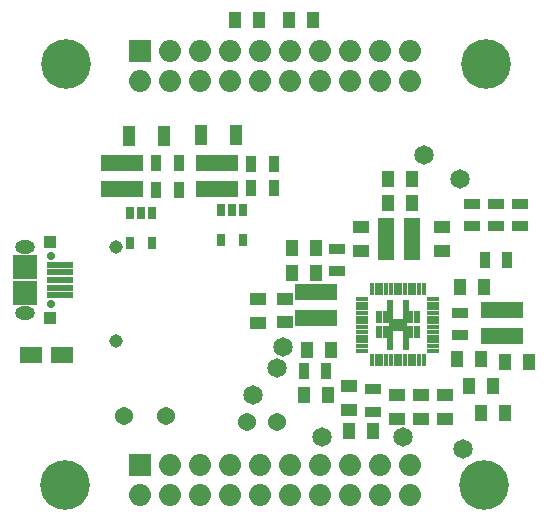
<source format=gbr>
G04 #@! TF.FileFunction,Soldermask,Top*
%FSLAX46Y46*%
G04 Gerber Fmt 4.6, Leading zero omitted, Abs format (unit mm)*
G04 Created by KiCad (PCBNEW 4.0.0-2.201511301920+6191~38~ubuntu14.04.1-stable) date Thu 21 Jan 2016 01:29:08 PM ICT*
%MOMM*%
G01*
G04 APERTURE LIST*
%ADD10C,0.100000*%
%ADD11R,0.338120X1.039160*%
%ADD12R,1.039160X0.338120*%
%ADD13R,1.562400X1.039160*%
%ADD14R,0.538780X1.039160*%
%ADD15C,1.140000*%
%ADD16R,0.749600X1.029000*%
%ADD17R,0.840000X1.440000*%
%ADD18R,3.640000X1.440000*%
%ADD19R,1.140000X1.740000*%
%ADD20R,2.240000X0.540000*%
%ADD21O,1.690000X1.140000*%
%ADD22C,0.740000*%
%ADD23R,2.040000X2.040000*%
%ADD24R,1.140000X1.140000*%
%ADD25R,1.867200X1.867200*%
%ADD26O,1.867200X1.867200*%
%ADD27R,1.440000X3.640000*%
%ADD28C,4.204000*%
%ADD29R,1.440000X0.840000*%
%ADD30C,1.537000*%
%ADD31C,1.540000*%
%ADD32R,1.140000X1.390000*%
%ADD33R,1.390000X1.140000*%
%ADD34R,1.940000X1.370000*%
%ADD35C,1.641140*%
G04 APERTURE END LIST*
D10*
D11*
X159626300Y-103057960D03*
X159224980Y-103057960D03*
X158826200Y-103057960D03*
X158424880Y-103057960D03*
X158026100Y-103057960D03*
X157624780Y-103057960D03*
X157228540Y-103057960D03*
X156827220Y-103057960D03*
X156428440Y-103057960D03*
X156027120Y-103057960D03*
X155628340Y-103057960D03*
X155227020Y-103057960D03*
D12*
X154426920Y-103858060D03*
X154426920Y-104259380D03*
X154426920Y-104658160D03*
X154426920Y-105059480D03*
X154426920Y-105458260D03*
X154426920Y-105859580D03*
X154426920Y-106255820D03*
X154426920Y-106657140D03*
X154426920Y-107055920D03*
X154426920Y-107457240D03*
X154426920Y-107856020D03*
X154426920Y-108257340D03*
D11*
X155227020Y-109057440D03*
X155628340Y-109057440D03*
X156027120Y-109057440D03*
X156428440Y-109057440D03*
X156827220Y-109057440D03*
X157228540Y-109057440D03*
X157624780Y-109057440D03*
X158026100Y-109057440D03*
X158424880Y-109057440D03*
X158826200Y-109057440D03*
X159224980Y-109057440D03*
X159626300Y-109057440D03*
D12*
X160426400Y-108257340D03*
X160426400Y-107856020D03*
X160426400Y-107457240D03*
X160426400Y-107055920D03*
X160426400Y-106657140D03*
X160426400Y-106255820D03*
X160426400Y-105859580D03*
X160426400Y-105458260D03*
X160426400Y-105059480D03*
X160426400Y-104658160D03*
X160426400Y-104259380D03*
X160426400Y-103858060D03*
D13*
X157426660Y-106057700D03*
D14*
X159024320Y-106705400D03*
X158424880Y-106705400D03*
X159024320Y-105410000D03*
X158424880Y-105410000D03*
X158074360Y-104460040D03*
X158074360Y-105059480D03*
X156778960Y-104460040D03*
X156778960Y-105059480D03*
X155829000Y-105410000D03*
X156428440Y-105410000D03*
X155829000Y-106705400D03*
X156428440Y-106705400D03*
X156778960Y-107655360D03*
X156778960Y-107055920D03*
X158074360Y-107655360D03*
X158074360Y-107055920D03*
D15*
X133583680Y-99438460D03*
X133583680Y-107439460D03*
D16*
X144322451Y-98882415D03*
X142417451Y-98882415D03*
X142417451Y-96342415D03*
X143369951Y-96342415D03*
X144322451Y-96342415D03*
X136614546Y-99161012D03*
X134709546Y-99161012D03*
X134709546Y-96621012D03*
X135662046Y-96621012D03*
X136614546Y-96621012D03*
D17*
X136956546Y-92358412D03*
X138856546Y-92358412D03*
X138856546Y-94644412D03*
X136956546Y-94644412D03*
X145024451Y-92404115D03*
X146924451Y-92404115D03*
X146924451Y-94436115D03*
X145024451Y-94436115D03*
D18*
X134096546Y-94601412D03*
X134096546Y-92401412D03*
X142103451Y-94520115D03*
X142103451Y-92320115D03*
D19*
X137628546Y-90072412D03*
X134628546Y-90072412D03*
X143756451Y-89991115D03*
X140756451Y-89991115D03*
D20*
X128849540Y-100961100D03*
X128849540Y-101611100D03*
X128849540Y-102261100D03*
X128849540Y-102911100D03*
X128849540Y-103561100D03*
D21*
X125862000Y-99437000D03*
X125862000Y-105062000D03*
D22*
X128012000Y-100262000D03*
X128012000Y-104262000D03*
D23*
X125862000Y-101187000D03*
X125862000Y-103337000D03*
D24*
X127937000Y-99062000D03*
X127937000Y-105462000D03*
D25*
X135567000Y-117942000D03*
D26*
X135567000Y-120482000D03*
X138107000Y-117942000D03*
X138107000Y-120482000D03*
X140647000Y-117942000D03*
X140647000Y-120482000D03*
X143187000Y-117942000D03*
X143187000Y-120482000D03*
X145727000Y-117942000D03*
X145727000Y-120482000D03*
X148267000Y-117942000D03*
X148267000Y-120482000D03*
X150807000Y-117942000D03*
X150807000Y-120482000D03*
X153347000Y-117942000D03*
X153347000Y-120482000D03*
X155887000Y-117942000D03*
X155887000Y-120482000D03*
X158427000Y-117942000D03*
X158427000Y-120482000D03*
D25*
X135557000Y-82892000D03*
D26*
X135557000Y-85432000D03*
X138097000Y-82892000D03*
X138097000Y-85432000D03*
X140637000Y-82892000D03*
X140637000Y-85432000D03*
X143177000Y-82892000D03*
X143177000Y-85432000D03*
X145717000Y-82892000D03*
X145717000Y-85432000D03*
X148257000Y-82892000D03*
X148257000Y-85432000D03*
X150797000Y-82892000D03*
X150797000Y-85432000D03*
X153337000Y-82892000D03*
X153337000Y-85432000D03*
X155877000Y-82892000D03*
X155877000Y-85432000D03*
X158417000Y-82892000D03*
X158417000Y-85432000D03*
D27*
X158623000Y-98806000D03*
X156423000Y-98806000D03*
D17*
X151379000Y-109982000D03*
X149479000Y-109982000D03*
D28*
X164900000Y-84000000D03*
X129300000Y-84000000D03*
X129200000Y-119600000D03*
X164700000Y-119600000D03*
D29*
X165735000Y-97724000D03*
X165735000Y-95824000D03*
X163737000Y-97724000D03*
X163737000Y-95824000D03*
D30*
X147193000Y-114300000D03*
X144653000Y-114300000D03*
D17*
X164785000Y-100584000D03*
X166685000Y-100584000D03*
D31*
X137767000Y-113792000D03*
X134267000Y-113792000D03*
D18*
X150495000Y-103294000D03*
X150495000Y-105494000D03*
D32*
X158607000Y-95758000D03*
X156607000Y-95758000D03*
D33*
X147847000Y-103842000D03*
X147847000Y-105842000D03*
D32*
X158607000Y-93726000D03*
X156607000Y-93726000D03*
D33*
X145617000Y-103912000D03*
X145617000Y-105912000D03*
X159385000Y-114030000D03*
X159385000Y-112030000D03*
X157353000Y-114030000D03*
X157353000Y-112030000D03*
X153289000Y-113252000D03*
X153289000Y-111252000D03*
D32*
X149479000Y-112014000D03*
X151479000Y-112014000D03*
D34*
X126337000Y-108582000D03*
X128957000Y-108582000D03*
D32*
X148479000Y-101642000D03*
X150479000Y-101642000D03*
D33*
X161163000Y-97806000D03*
X161163000Y-99806000D03*
D32*
X164449000Y-108966000D03*
X162449000Y-108966000D03*
X164703000Y-102870000D03*
X162703000Y-102870000D03*
D18*
X166243000Y-107018000D03*
X166243000Y-104818000D03*
D29*
X162687000Y-105034000D03*
X162687000Y-106934000D03*
D32*
X168513000Y-109220000D03*
X166513000Y-109220000D03*
X148463000Y-99568000D03*
X150463000Y-99568000D03*
D29*
X152273000Y-99634000D03*
X152273000Y-101534000D03*
D32*
X165481000Y-111252000D03*
X163481000Y-111252000D03*
D33*
X154305000Y-97790000D03*
X154305000Y-99790000D03*
X161417000Y-114030000D03*
X161417000Y-112030000D03*
D29*
X167767000Y-97724000D03*
X167767000Y-95824000D03*
D32*
X149749000Y-108204000D03*
X151749000Y-108204000D03*
X153305000Y-115062000D03*
X155305000Y-115062000D03*
D29*
X155321000Y-113406000D03*
X155321000Y-111506000D03*
D32*
X143653000Y-80264000D03*
X145653000Y-80264000D03*
X150225000Y-80264000D03*
X148225000Y-80264000D03*
X166481000Y-113538000D03*
X164481000Y-113538000D03*
D35*
X162687000Y-93726000D03*
X159639000Y-91694000D03*
X147701000Y-107950000D03*
X147193000Y-109728000D03*
X162941000Y-116586000D03*
X145161000Y-112014000D03*
X157861000Y-115570000D03*
X151003000Y-115570000D03*
M02*

</source>
